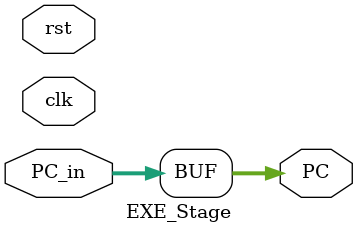
<source format=v>
module EXE_Stage
	(
		clk,
		rst,
		PC_in,
		PC
	);
	
	// input and output ports
	input			clk;
	input			rst;
	input	[31:0]	PC_in;
	output	[31:0]	PC;
	
	// build module
	assign PC = PC_in;
	
endmodule

</source>
